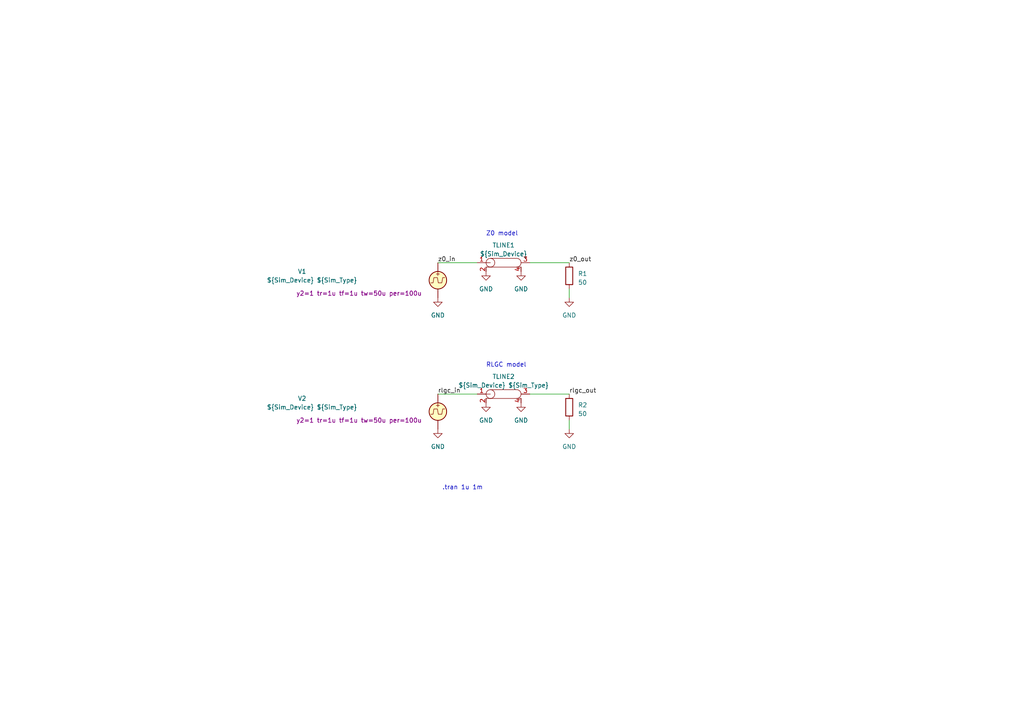
<source format=kicad_sch>
(kicad_sch (version 20221004) (generator eeschema)
  (paper "A4")
  (lib_symbols
    (symbol "Device:R" (pin_numbers hide) (pin_names (offset 0))
      (property "Reference" "R" (at 2.032 0 90))
      (property "Value" "R" (at 0 0 90))
      (symbol "R_0_1"
        (rectangle (start -1.016 -2.54) (end 1.016 2.54) (stroke (width 0.254)))
      )
      (symbol "R_1_1"
        (pin passive line (at 0 3.81 270) (length 1.27) (name "~") (number "1"))
        (pin passive line (at 0 -3.81 90) (length 1.27) (name "~") (number "2"))
      )
    )
    (symbol "Simulation_SPICE:VPULSE" (pin_numbers hide) (pin_names (offset 0.0254))
      (property "Reference" "V" (at 2.54 2.54 0))
      (property "Value" "VPULSE" (at 2.54 0 0))
      (property "Spice_Model" "pulse(0 1 2n 2n 2n 50n 100n)" (at 2.54 -2.54 0))
      (symbol "VPULSE_0_0"
        (polyline (pts (xy -2.032 -0.762) (xy -1.397 -0.762) (xy -1.143 0.762) (xy -0.127 0.762) (xy 0.127 -0.762) (xy 1.143 -0.762) (xy 1.397 0.762) (xy 2.032 0.762)))
        (text "+" (at 0 1.905 0) (effects (font (size 1.27 1.27))))
      )
      (symbol "VPULSE_0_1"
        (circle (center 0 0) (radius 2.54) (stroke (width 0.254)) (fill (type background)))
      )
      (symbol "VPULSE_1_1"
        (pin passive line (at 0 5.08 270) (length 2.54) (name "~") (number "1"))
        (pin passive line (at 0 -5.08 90) (length 2.54) (name "~") (number "2"))
      )
    )
    (symbol "Transmission_Line:TLINE" (in_bom no) (on_board no)
      (property "Reference" "T" (at 0 -2.54 0))
      (property "Value" "TLINE" (at 0 2.54 0))
      (symbol "TLINE_0_1"
        (circle (center -3.81 0) (radius 1.27))
        (polyline (pts (xy -5.08 -1.27) (xy 3.81 -1.27)))
        (polyline (pts (xy -3.81 0) (xy -5.08 0)))
        (polyline (pts (xy -3.81 1.27) (xy 3.81 1.27)))
        (polyline (pts (xy 5.08 -1.27) (xy 3.81 -1.27)))
        (arc (start 3.8776 -1.27) (mid 5.0818 0) (end 3.8776 1.27))
      )
      (symbol "TLINE_1_1"
        (pin passive line (at -7.62 0 0) (length 2.54) (name "") (number "1"))
        (pin passive line (at -5.08 -2.54 90) (length 1.27) (name "") (number "2"))
        (pin passive line (at 7.62 0 180) (length 2.54) (name "") (number "3"))
        (pin passive line (at 5.08 -2.54 90) (length 1.27) (name "") (number "4"))
      )
    )
    (symbol "power:GND" (power) (pin_names (offset 0))
      (property "Value" "GND" (at 0 -3.81 0))
      (symbol "GND_0_1"
        (polyline (pts (xy 0 0) (xy 0 -1.27) (xy 1.27 -1.27) (xy 0 -2.54) (xy -1.27 -1.27) (xy 0 -1.27)))
      )
      (symbol "GND_1_1"
        (pin power_in line (at 0 0 270) (length 0) hide (name "GND") (number "1"))
      )
    )
  )
  (wire (pts (xy 165.1 83.82) (xy 165.1 86.36)))
  (wire (pts (xy 153.67 76.2) (xy 165.1 76.2)))
  (wire (pts (xy 153.67 114.3) (xy 165.1 114.3)))
  (wire (pts (xy 127 76.2) (xy 138.43 76.2)))
  (wire (pts (xy 127 114.3) (xy 138.43 114.3)))
  (wire (pts (xy 165.1 121.92) (xy 165.1 124.46)))
  (text "RLGC model" (at 140.97 106.68 0) (effects (font (size 1.27 1.27)) (justify left bottom)))
  (text "Z0 model" (at 140.97 68.58 0) (effects (font (size 1.27 1.27)) (justify left bottom)))
  (text ".tran 1u 1m" (at 128.27 142.24 0) (effects (font (size 1.27 1.27)) (justify left bottom)))
  (label "rlgc_in" (at 127 114.3 0))
  (label "z0_out" (at 165.1 76.2 0))
  (label "rlgc_out" (at 165.1 114.3 0))
  (label "z0_in" (at 127 76.2 0))
  (symbol (lib_id "power:GND") (at 127 86.36 0) (unit 1)
    (property "Reference" "#PWR0106" (effects hide))
    (property "Value" "GND" (at 127 91.44 0))
  )
  (symbol (lib_id "power:GND") (at 151.13 116.84 0) (unit 1)
    (property "Reference" "#PWR0104" (effects hide))
    (property "Value" "GND" (at 151.13 121.92 0))
  )
  (symbol (lib_id "Transmission_Line:TLINE") (at 146.05 114.3 0) (unit 1) (in_bom no) (on_board no)
    (property "Reference" "TLINE2" (at 146.0509 109.22 0))
    (property "Value" "${Sim_Device} ${Sim_Type}" (at 146.0509 111.76 0))
    (property "Datasheet" "http://ngspice.sourceforge.net/docs/ngspice-36-manual.pdf#7f" (effects hide))
    (property "Sim_Device" "TLINE" (effects hide))
    (property "Sim_Type" "RLGC" (effects hide))
    (property "Sim_Params" "len=1 r=0 l=1.25m g=0 c=500n" (effects hide))
  )
  (symbol (lib_id "Simulation_SPICE:VPULSE") (at 127 81.28 0) (unit 1)
    (property "Reference" "V1" (at 86.36 78.74 0) (effects (justify left)))
    (property "Value" "${Sim_Device} ${Sim_Type}" (at 86.36 81.28 0) (effects (justify left)))
    (property "Sim_Device" "V" (effects hide))
    (property "Sim_Type" "PULSE" (effects hide))
    (property "Sim_Params" "y2=1 tr=1u tf=1u tw=50u per=100u" (at 104.14 85.09 0))
  )
  (symbol (lib_id "power:GND") (at 140.97 78.74 0) (unit 1)
    (property "Reference" "#PWR0107" (effects hide))
    (property "Value" "GND" (at 140.97 83.82 0))
  )
  (symbol (lib_id "power:GND") (at 165.1 86.36 0) (unit 1)
    (property "Reference" "#PWR0101" (effects hide))
    (property "Value" "GND" (at 165.1 91.44 0))
  )
  (symbol (lib_id "power:GND") (at 127 124.46 0) (unit 1)
    (property "Reference" "#PWR0102" (effects hide))
    (property "Value" "GND" (at 127 129.54 0))
  )
  (symbol (lib_id "Device:R") (at 165.1 80.01 0) (unit 1)
    (property "Reference" "R1" (at 167.64 79.375 0) (effects (justify left)))
    (property "Value" "50" (at 167.64 81.915 0) (effects (justify left)))
    (property "Sim_Device" "R" (effects hide))
  )
  (symbol (lib_id "power:GND") (at 140.97 116.84 0) (unit 1)
    (property "Reference" "#PWR0103" (effects hide))
    (property "Value" "GND" (at 140.97 121.92 0))
  )
  (symbol (lib_id "Transmission_Line:TLINE") (at 146.05 76.2 0) (unit 1) (in_bom no) (on_board no)
    (property "Reference" "TLINE1" (at 146.0509 71.12 0))
    (property "Value" "${Sim_Device}" (at 146.0509 73.66 0))
    (property "Datasheet" "http://ngspice.sourceforge.net/docs/ngspice-36-manual.pdf#7f" (effects hide))
    (property "Sim_Device" "TLINE" (effects hide))
    (property "Sim_Params" "z0=50 td=25u" (effects hide))
  )
  (symbol (lib_id "Device:R") (at 165.1 118.11 0) (unit 1)
    (property "Reference" "R2" (at 167.64 117.475 0) (effects (justify left)))
    (property "Value" "50" (at 167.64 120.015 0) (effects (justify left)))
    (property "Sim_Device" "R" (effects hide))
  )
  (symbol (lib_id "power:GND") (at 151.13 78.74 0) (unit 1)
    (property "Reference" "#PWR0108" (effects hide))
    (property "Value" "GND" (at 151.13 83.82 0))
  )
  (symbol (lib_id "Simulation_SPICE:VPULSE") (at 127 119.38 0) (unit 1)
    (property "Reference" "V2" (at 86.36 115.57 0) (effects (justify left)))
    (property "Value" "${Sim_Device} ${Sim_Type}" (at 86.36 118.11 0) (effects (justify left)))
    (property "Sim_Device" "V" (effects hide))
    (property "Sim_Type" "PULSE" (effects hide))
    (property "Sim_Params" "y2=1 tr=1u tf=1u tw=50u per=100u" (at 104.14 121.92 0))
  )
  (symbol (lib_id "power:GND") (at 165.1 124.46 0) (unit 1)
    (property "Reference" "#PWR0105" (effects hide))
    (property "Value" "GND" (at 165.1 129.54 0))
  )
)
</source>
